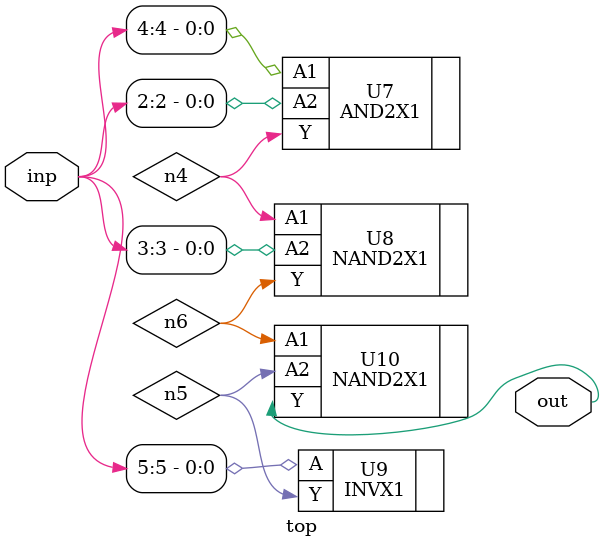
<source format=sv>


module top ( inp, out );
  input [5:0] inp;
  output out;
  wire   n4, n5, n6;

  AND2X1 U7 ( .A1(inp[4]), .A2(inp[2]), .Y(n4) );
  NAND2X1 U8 ( .A1(n4), .A2(inp[3]), .Y(n6) );
  INVX1 U9 ( .A(inp[5]), .Y(n5) );
  NAND2X1 U10 ( .A1(n6), .A2(n5), .Y(out) );
endmodule


</source>
